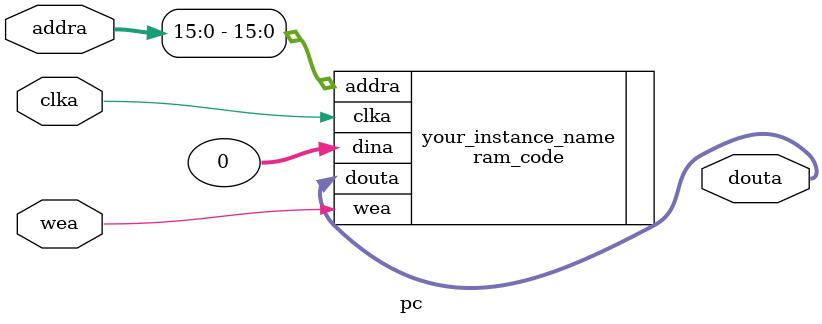
<source format=v>
`timescale 1ns / 1ps


module pc(
    input clka,
    input wea,
    input [31 : 0] addra,
    //input [31 : 0] dina,
    output [31 : 0] douta
);

// order从地址1开始，代码结束时，dinaddr = 0, dina = 0; 

ram_code your_instance_name (
  .clka(clka),    // input wire clka
  .wea(wea),      // input wire [0 : 0] wea
  .addra(addra[15:0]),  // input wire [15 : 0] addra
  .dina(32'b0),    // input wire [31 : 0] dina
  .douta(douta)  // output wire [31 : 0] douta
);

endmodule

</source>
